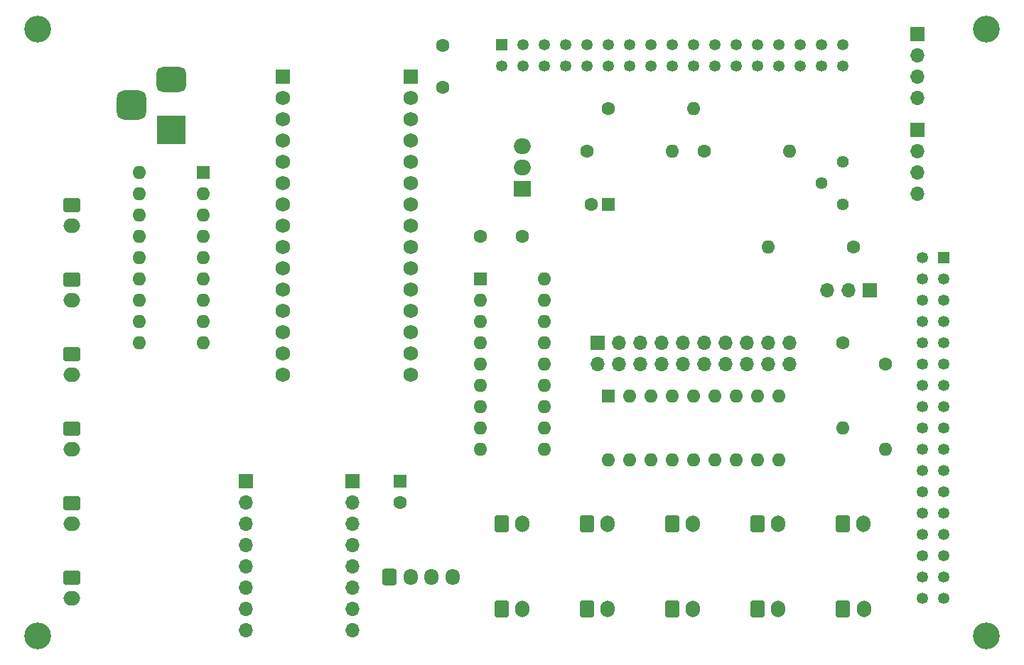
<source format=gbr>
%TF.GenerationSoftware,KiCad,Pcbnew,7.0.2*%
%TF.CreationDate,2023-10-01T12:52:27+09:00*%
%TF.ProjectId,EleMagDriver,456c654d-6167-4447-9269-7665722e6b69,rev?*%
%TF.SameCoordinates,Original*%
%TF.FileFunction,Soldermask,Bot*%
%TF.FilePolarity,Negative*%
%FSLAX46Y46*%
G04 Gerber Fmt 4.6, Leading zero omitted, Abs format (unit mm)*
G04 Created by KiCad (PCBNEW 7.0.2) date 2023-10-01 12:52:27*
%MOMM*%
%LPD*%
G01*
G04 APERTURE LIST*
G04 Aperture macros list*
%AMRoundRect*
0 Rectangle with rounded corners*
0 $1 Rounding radius*
0 $2 $3 $4 $5 $6 $7 $8 $9 X,Y pos of 4 corners*
0 Add a 4 corners polygon primitive as box body*
4,1,4,$2,$3,$4,$5,$6,$7,$8,$9,$2,$3,0*
0 Add four circle primitives for the rounded corners*
1,1,$1+$1,$2,$3*
1,1,$1+$1,$4,$5*
1,1,$1+$1,$6,$7*
1,1,$1+$1,$8,$9*
0 Add four rect primitives between the rounded corners*
20,1,$1+$1,$2,$3,$4,$5,0*
20,1,$1+$1,$4,$5,$6,$7,0*
20,1,$1+$1,$6,$7,$8,$9,0*
20,1,$1+$1,$8,$9,$2,$3,0*%
G04 Aperture macros list end*
%ADD10C,1.600000*%
%ADD11O,1.600000X1.600000*%
%ADD12RoundRect,0.250000X-0.750000X0.600000X-0.750000X-0.600000X0.750000X-0.600000X0.750000X0.600000X0*%
%ADD13O,2.000000X1.700000*%
%ADD14C,3.200000*%
%ADD15R,1.700000X1.700000*%
%ADD16O,1.700000X1.700000*%
%ADD17C,1.440000*%
%ADD18RoundRect,0.250000X-0.600000X-0.750000X0.600000X-0.750000X0.600000X0.750000X-0.600000X0.750000X0*%
%ADD19O,1.700000X2.000000*%
%ADD20R,1.600000X1.600000*%
%ADD21RoundRect,0.250000X-0.600000X-0.725000X0.600000X-0.725000X0.600000X0.725000X-0.600000X0.725000X0*%
%ADD22O,1.700000X1.950000*%
%ADD23RoundRect,0.102000X-0.765000X-0.765000X0.765000X-0.765000X0.765000X0.765000X-0.765000X0.765000X0*%
%ADD24C,1.734000*%
%ADD25R,1.350000X1.350000*%
%ADD26C,1.350000*%
%ADD27R,3.500000X3.500000*%
%ADD28RoundRect,0.750000X-1.000000X0.750000X-1.000000X-0.750000X1.000000X-0.750000X1.000000X0.750000X0*%
%ADD29RoundRect,0.875000X-0.875000X0.875000X-0.875000X-0.875000X0.875000X-0.875000X0.875000X0.875000X0*%
%ADD30R,2.000000X1.905000*%
%ADD31O,2.000000X1.905000*%
G04 APERTURE END LIST*
D10*
%TO.C,R6*%
X199390000Y-90170000D03*
D11*
X199390000Y-100330000D03*
%TD*%
D12*
%TO.C,J8*%
X107590000Y-91480000D03*
D13*
X107590000Y-93980000D03*
%TD*%
D14*
%TO.C,REF\u002A\u002A*%
X216535000Y-125095000D03*
%TD*%
D10*
%TO.C,C2*%
X161250000Y-77470000D03*
X156250000Y-77470000D03*
%TD*%
D12*
%TO.C,J6*%
X107590000Y-73680000D03*
D13*
X107590000Y-76180000D03*
%TD*%
D15*
%TO.C,J4*%
X140995000Y-106680000D03*
D16*
X140995000Y-109220000D03*
X140995000Y-111760000D03*
X140995000Y-114300000D03*
X140995000Y-116840000D03*
X140995000Y-119380000D03*
X140995000Y-121920000D03*
X140995000Y-124460000D03*
%TD*%
D17*
%TO.C,RV1*%
X199390000Y-68580000D03*
X196850000Y-71120000D03*
X199390000Y-73660000D03*
%TD*%
D18*
%TO.C,J18*%
X189230000Y-111760000D03*
D19*
X191730000Y-111760000D03*
%TD*%
D15*
%TO.C,J24*%
X208280000Y-53340000D03*
D16*
X208280000Y-55880000D03*
X208280000Y-58420000D03*
X208280000Y-60960000D03*
%TD*%
D12*
%TO.C,J9*%
X107590000Y-100350000D03*
D13*
X107590000Y-102850000D03*
%TD*%
D20*
%TO.C,C4*%
X146685000Y-106680000D03*
D10*
X146685000Y-109180000D03*
%TD*%
D15*
%TO.C,J26*%
X208280000Y-64770000D03*
D16*
X208280000Y-67310000D03*
X208280000Y-69850000D03*
X208280000Y-72390000D03*
%TD*%
D21*
%TO.C,J5*%
X145415000Y-118110000D03*
D22*
X147915000Y-118110000D03*
X150415000Y-118110000D03*
X152915000Y-118110000D03*
%TD*%
D12*
%TO.C,J10*%
X107590000Y-109260000D03*
D13*
X107590000Y-111760000D03*
%TD*%
D18*
%TO.C,J19*%
X189230000Y-121920000D03*
D19*
X191730000Y-121920000D03*
%TD*%
D12*
%TO.C,J7*%
X107590000Y-82590000D03*
D13*
X107590000Y-85090000D03*
%TD*%
D23*
%TO.C,U2*%
X132715000Y-58420000D03*
D24*
X132715000Y-60960000D03*
X132715000Y-63500000D03*
X132715000Y-66040000D03*
X132715000Y-68580000D03*
X132715000Y-71120000D03*
X132715000Y-73660000D03*
X132715000Y-76200000D03*
X132715000Y-78740000D03*
X132715000Y-81280000D03*
X132715000Y-83820000D03*
X132715000Y-86360000D03*
X132715000Y-88900000D03*
X132715000Y-91440000D03*
X132715000Y-93980000D03*
D23*
X147955000Y-58420000D03*
D24*
X147955000Y-60960000D03*
X147955000Y-63500000D03*
X147955000Y-66040000D03*
X147955000Y-68580000D03*
X147955000Y-71120000D03*
X147955000Y-73660000D03*
X147955000Y-76200000D03*
X147955000Y-78740000D03*
X147955000Y-81280000D03*
X147955000Y-83820000D03*
X147955000Y-86360000D03*
X147955000Y-88900000D03*
X147955000Y-91440000D03*
X147955000Y-93980000D03*
%TD*%
D18*
%TO.C,J12*%
X158750000Y-111760000D03*
D19*
X161250000Y-111760000D03*
%TD*%
D10*
%TO.C,R2*%
X200660000Y-78740000D03*
D11*
X190500000Y-78740000D03*
%TD*%
D10*
%TO.C,R5*%
X204470000Y-92710000D03*
D11*
X204470000Y-102870000D03*
%TD*%
D25*
%TO.C,J25*%
X211455000Y-80010000D03*
D26*
X208915000Y-80010000D03*
X211455000Y-82550000D03*
X208915000Y-82550000D03*
X211455000Y-85090000D03*
X208915000Y-85090000D03*
X211455000Y-87630000D03*
X208915000Y-87630000D03*
X211455000Y-90170000D03*
X208915000Y-90170000D03*
X211455000Y-92710000D03*
X208915000Y-92710000D03*
X211455000Y-95250000D03*
X208915000Y-95250000D03*
X211455000Y-97790000D03*
X208915000Y-97790000D03*
X211455000Y-100330000D03*
X208915000Y-100330000D03*
X211455000Y-102870000D03*
X208915000Y-102870000D03*
X211455000Y-105410000D03*
X208915000Y-105410000D03*
X211455000Y-107950000D03*
X208915000Y-107950000D03*
X211455000Y-110490000D03*
X208915000Y-110490000D03*
X211455000Y-113030000D03*
X208915000Y-113030000D03*
X211455000Y-115570000D03*
X208915000Y-115570000D03*
X211455000Y-118110000D03*
X208915000Y-118110000D03*
X211455000Y-120650000D03*
X208915000Y-120650000D03*
%TD*%
D10*
%TO.C,R1*%
X182880000Y-67310000D03*
D11*
X193040000Y-67310000D03*
%TD*%
D18*
%TO.C,J21*%
X199430000Y-121920000D03*
D19*
X201930000Y-121920000D03*
%TD*%
D10*
%TO.C,R4*%
X168910000Y-67310000D03*
D11*
X179070000Y-67310000D03*
%TD*%
D27*
%TO.C,J22*%
X119380000Y-64770000D03*
D28*
X119380000Y-58770000D03*
D29*
X114680000Y-61770000D03*
%TD*%
D14*
%TO.C,REF\u002A\u002A*%
X216535000Y-52705000D03*
%TD*%
%TO.C,REF\u002A\u002A*%
X103505000Y-125095000D03*
%TD*%
D18*
%TO.C,J13*%
X158750000Y-121920000D03*
D19*
X161250000Y-121920000D03*
%TD*%
D14*
%TO.C,REF\u002A\u002A*%
X103505000Y-52705000D03*
%TD*%
D18*
%TO.C,J20*%
X199390000Y-111760000D03*
D19*
X201890000Y-111760000D03*
%TD*%
D18*
%TO.C,J15*%
X168910000Y-121920000D03*
D19*
X171410000Y-121920000D03*
%TD*%
D10*
%TO.C,C3*%
X151765000Y-59690000D03*
X151765000Y-54690000D03*
%TD*%
D18*
%TO.C,J14*%
X168910000Y-111760000D03*
D19*
X171410000Y-111760000D03*
%TD*%
D15*
%TO.C,J2*%
X170180000Y-90170000D03*
D16*
X170180000Y-92710000D03*
X172720000Y-90170000D03*
X172720000Y-92710000D03*
X175260000Y-90170000D03*
X175260000Y-92710000D03*
X177800000Y-90170000D03*
X177800000Y-92710000D03*
X180340000Y-90170000D03*
X180340000Y-92710000D03*
X182880000Y-90170000D03*
X182880000Y-92710000D03*
X185420000Y-90170000D03*
X185420000Y-92710000D03*
X187960000Y-90170000D03*
X187960000Y-92710000D03*
X190500000Y-90170000D03*
X190500000Y-92710000D03*
X193040000Y-90170000D03*
X193040000Y-92710000D03*
%TD*%
D15*
%TO.C,J3*%
X128270000Y-106680000D03*
D16*
X128270000Y-109220000D03*
X128270000Y-111760000D03*
X128270000Y-114300000D03*
X128270000Y-116840000D03*
X128270000Y-119380000D03*
X128270000Y-121920000D03*
X128270000Y-124460000D03*
%TD*%
D25*
%TO.C,J23*%
X158750000Y-54610000D03*
D26*
X158750000Y-57150000D03*
X161290000Y-54610000D03*
X161290000Y-57150000D03*
X163830000Y-54610000D03*
X163830000Y-57150000D03*
X166370000Y-54610000D03*
X166370000Y-57150000D03*
X168910000Y-54610000D03*
X168910000Y-57150000D03*
X171450000Y-54610000D03*
X171450000Y-57150000D03*
X173990000Y-54610000D03*
X173990000Y-57150000D03*
X176530000Y-54610000D03*
X176530000Y-57150000D03*
X179070000Y-54610000D03*
X179070000Y-57150000D03*
X181610000Y-54610000D03*
X181610000Y-57150000D03*
X184150000Y-54610000D03*
X184150000Y-57150000D03*
X186690000Y-54610000D03*
X186690000Y-57150000D03*
X189230000Y-54610000D03*
X189230000Y-57150000D03*
X191770000Y-54610000D03*
X191770000Y-57150000D03*
X194310000Y-54610000D03*
X194310000Y-57150000D03*
X196850000Y-54610000D03*
X196850000Y-57150000D03*
X199390000Y-54610000D03*
X199390000Y-57150000D03*
%TD*%
D10*
%TO.C,R3*%
X171450000Y-62230000D03*
D11*
X181610000Y-62230000D03*
%TD*%
D20*
%TO.C,C1*%
X171450000Y-73660000D03*
D10*
X169450000Y-73660000D03*
%TD*%
D12*
%TO.C,J11*%
X107590000Y-118130000D03*
D13*
X107590000Y-120630000D03*
%TD*%
D18*
%TO.C,J17*%
X179070000Y-121920000D03*
D19*
X181570000Y-121920000D03*
%TD*%
D30*
%TO.C,U3*%
X161250000Y-71755000D03*
D31*
X161250000Y-69215000D03*
X161250000Y-66675000D03*
%TD*%
D20*
%TO.C,IC2*%
X156210000Y-82550000D03*
D11*
X156210000Y-85090000D03*
X156210000Y-87630000D03*
X156210000Y-90170000D03*
X156210000Y-92710000D03*
X156210000Y-95250000D03*
X156210000Y-97790000D03*
X156210000Y-100330000D03*
X156210000Y-102870000D03*
X163830000Y-102870000D03*
X163830000Y-100330000D03*
X163830000Y-97790000D03*
X163830000Y-95250000D03*
X163830000Y-92710000D03*
X163830000Y-90170000D03*
X163830000Y-87630000D03*
X163830000Y-85090000D03*
X163830000Y-82550000D03*
%TD*%
D18*
%TO.C,J16*%
X179070000Y-111760000D03*
D19*
X181570000Y-111760000D03*
%TD*%
D15*
%TO.C,J1*%
X202595000Y-83880000D03*
D16*
X200055000Y-83880000D03*
X197515000Y-83880000D03*
%TD*%
D20*
%TO.C,IC1*%
X123180000Y-69860000D03*
D11*
X123180000Y-72400000D03*
X123180000Y-74940000D03*
X123180000Y-77480000D03*
X123180000Y-80020000D03*
X123180000Y-82560000D03*
X123180000Y-85100000D03*
X123180000Y-87640000D03*
X123180000Y-90180000D03*
X115560000Y-90180000D03*
X115560000Y-87640000D03*
X115560000Y-85100000D03*
X115560000Y-82560000D03*
X115560000Y-80020000D03*
X115560000Y-77480000D03*
X115560000Y-74940000D03*
X115560000Y-72400000D03*
X115560000Y-69860000D03*
%TD*%
D20*
%TO.C,IC3*%
X171450000Y-96520000D03*
D11*
X173990000Y-96520000D03*
X176530000Y-96520000D03*
X179070000Y-96520000D03*
X181610000Y-96520000D03*
X184150000Y-96520000D03*
X186690000Y-96520000D03*
X189230000Y-96520000D03*
X191770000Y-96520000D03*
X191770000Y-104140000D03*
X189230000Y-104140000D03*
X186690000Y-104140000D03*
X184150000Y-104140000D03*
X181610000Y-104140000D03*
X179070000Y-104140000D03*
X176530000Y-104140000D03*
X173990000Y-104140000D03*
X171450000Y-104140000D03*
%TD*%
M02*

</source>
